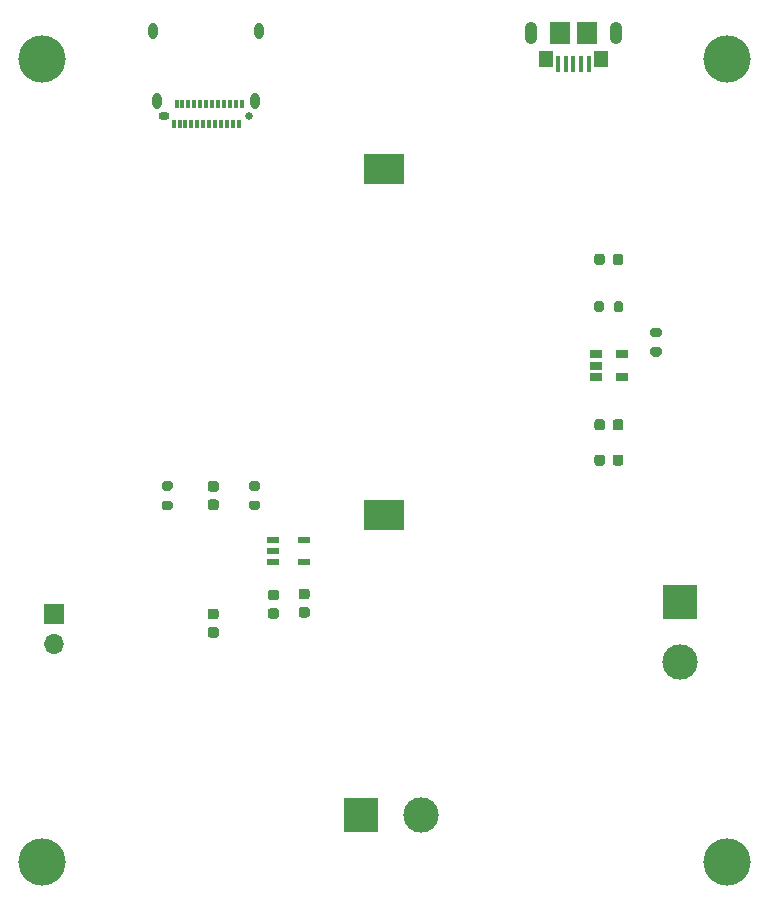
<source format=gbr>
%TF.GenerationSoftware,KiCad,Pcbnew,(5.1.9)-1*%
%TF.CreationDate,2021-08-17T00:54:57-04:00*%
%TF.ProjectId,cargador,63617267-6164-46f7-922e-6b696361645f,rev?*%
%TF.SameCoordinates,Original*%
%TF.FileFunction,Soldermask,Top*%
%TF.FilePolarity,Negative*%
%FSLAX46Y46*%
G04 Gerber Fmt 4.6, Leading zero omitted, Abs format (unit mm)*
G04 Created by KiCad (PCBNEW (5.1.9)-1) date 2021-08-17 00:54:57*
%MOMM*%
%LPD*%
G01*
G04 APERTURE LIST*
%ADD10C,4.000000*%
%ADD11R,0.300000X0.700000*%
%ADD12C,0.650000*%
%ADD13O,0.950000X0.650000*%
%ADD14O,0.800000X1.400000*%
%ADD15C,3.000000*%
%ADD16R,3.000000X3.000000*%
%ADD17R,1.150000X1.450000*%
%ADD18O,1.050000X1.900000*%
%ADD19R,1.750000X1.900000*%
%ADD20R,0.400000X1.400000*%
%ADD21O,1.700000X1.700000*%
%ADD22R,1.700000X1.700000*%
%ADD23R,1.100000X0.600000*%
%ADD24R,3.510000X2.540000*%
%ADD25R,1.060000X0.650000*%
G04 APERTURE END LIST*
D10*
%TO.C, *%
X54000000Y-38000000D03*
%TD*%
%TO.C,REF\u002A\u002A*%
X54000000Y-106000000D03*
%TD*%
%TO.C,REF\u002A\u002A*%
X112000000Y-106000000D03*
%TD*%
%TO.C,REF\u002A\u002A*%
X112000000Y-38000000D03*
%TD*%
D11*
%TO.C,J1*%
X70900000Y-41820000D03*
X70400000Y-41820000D03*
X69900000Y-41820000D03*
X69400000Y-41820000D03*
X68900000Y-41820000D03*
X68400000Y-41820000D03*
X67900000Y-41820000D03*
X67400000Y-41820000D03*
X66900000Y-41820000D03*
X66400000Y-41820000D03*
X65900000Y-41820000D03*
D12*
X71500000Y-42860000D03*
D13*
X64300000Y-42860000D03*
D14*
X72390000Y-35660000D03*
X63410000Y-35660000D03*
X63770000Y-41610000D03*
D11*
X65400000Y-41820000D03*
X65650000Y-43520000D03*
X67150000Y-43520000D03*
X66650000Y-43520000D03*
X66150000Y-43520000D03*
X65150000Y-43520000D03*
X67650000Y-43520000D03*
X68150000Y-43520000D03*
X68650000Y-43520000D03*
X69150000Y-43520000D03*
X69650000Y-43520000D03*
X70150000Y-43520000D03*
X70650000Y-43520000D03*
D14*
X72030000Y-41610000D03*
%TD*%
D15*
%TO.C,VBUS_Out1*%
X108000000Y-89080000D03*
D16*
X108000000Y-84000000D03*
%TD*%
D17*
%TO.C,USB_IN1*%
X101320000Y-38030000D03*
X96680000Y-38030000D03*
D18*
X95425000Y-35800000D03*
X102575000Y-35800000D03*
D19*
X100125000Y-35800000D03*
D20*
X99000000Y-38450000D03*
X98350000Y-38450000D03*
X97700000Y-38450000D03*
X100300000Y-38450000D03*
X99650000Y-38450000D03*
D19*
X97875000Y-35800000D03*
%TD*%
D21*
%TO.C,Out3v3*%
X55000000Y-87540000D03*
D22*
X55000000Y-85000000D03*
%TD*%
D15*
%TO.C,BattOut*%
X86080000Y-102000000D03*
D16*
X81000000Y-102000000D03*
%TD*%
%TO.C,R202*%
G36*
G01*
X101575000Y-58725000D02*
X101575000Y-59275000D01*
G75*
G02*
X101375000Y-59475000I-200000J0D01*
G01*
X100975000Y-59475000D01*
G75*
G02*
X100775000Y-59275000I0J200000D01*
G01*
X100775000Y-58725000D01*
G75*
G02*
X100975000Y-58525000I200000J0D01*
G01*
X101375000Y-58525000D01*
G75*
G02*
X101575000Y-58725000I0J-200000D01*
G01*
G37*
G36*
G01*
X103225000Y-58725000D02*
X103225000Y-59275000D01*
G75*
G02*
X103025000Y-59475000I-200000J0D01*
G01*
X102625000Y-59475000D01*
G75*
G02*
X102425000Y-59275000I0J200000D01*
G01*
X102425000Y-58725000D01*
G75*
G02*
X102625000Y-58525000I200000J0D01*
G01*
X103025000Y-58525000D01*
G75*
G02*
X103225000Y-58725000I0J-200000D01*
G01*
G37*
%TD*%
%TO.C,R201*%
G36*
G01*
X105725000Y-62425000D02*
X106275000Y-62425000D01*
G75*
G02*
X106475000Y-62625000I0J-200000D01*
G01*
X106475000Y-63025000D01*
G75*
G02*
X106275000Y-63225000I-200000J0D01*
G01*
X105725000Y-63225000D01*
G75*
G02*
X105525000Y-63025000I0J200000D01*
G01*
X105525000Y-62625000D01*
G75*
G02*
X105725000Y-62425000I200000J0D01*
G01*
G37*
G36*
G01*
X105725000Y-60775000D02*
X106275000Y-60775000D01*
G75*
G02*
X106475000Y-60975000I0J-200000D01*
G01*
X106475000Y-61375000D01*
G75*
G02*
X106275000Y-61575000I-200000J0D01*
G01*
X105725000Y-61575000D01*
G75*
G02*
X105525000Y-61375000I0J200000D01*
G01*
X105525000Y-60975000D01*
G75*
G02*
X105725000Y-60775000I200000J0D01*
G01*
G37*
%TD*%
%TO.C,R102*%
G36*
G01*
X64875000Y-74575000D02*
X64325000Y-74575000D01*
G75*
G02*
X64125000Y-74375000I0J200000D01*
G01*
X64125000Y-73975000D01*
G75*
G02*
X64325000Y-73775000I200000J0D01*
G01*
X64875000Y-73775000D01*
G75*
G02*
X65075000Y-73975000I0J-200000D01*
G01*
X65075000Y-74375000D01*
G75*
G02*
X64875000Y-74575000I-200000J0D01*
G01*
G37*
G36*
G01*
X64875000Y-76225000D02*
X64325000Y-76225000D01*
G75*
G02*
X64125000Y-76025000I0J200000D01*
G01*
X64125000Y-75625000D01*
G75*
G02*
X64325000Y-75425000I200000J0D01*
G01*
X64875000Y-75425000D01*
G75*
G02*
X65075000Y-75625000I0J-200000D01*
G01*
X65075000Y-76025000D01*
G75*
G02*
X64875000Y-76225000I-200000J0D01*
G01*
G37*
%TD*%
%TO.C,R101*%
G36*
G01*
X71725000Y-75425000D02*
X72275000Y-75425000D01*
G75*
G02*
X72475000Y-75625000I0J-200000D01*
G01*
X72475000Y-76025000D01*
G75*
G02*
X72275000Y-76225000I-200000J0D01*
G01*
X71725000Y-76225000D01*
G75*
G02*
X71525000Y-76025000I0J200000D01*
G01*
X71525000Y-75625000D01*
G75*
G02*
X71725000Y-75425000I200000J0D01*
G01*
G37*
G36*
G01*
X71725000Y-73775000D02*
X72275000Y-73775000D01*
G75*
G02*
X72475000Y-73975000I0J-200000D01*
G01*
X72475000Y-74375000D01*
G75*
G02*
X72275000Y-74575000I-200000J0D01*
G01*
X71725000Y-74575000D01*
G75*
G02*
X71525000Y-74375000I0J200000D01*
G01*
X71525000Y-73975000D01*
G75*
G02*
X71725000Y-73775000I200000J0D01*
G01*
G37*
%TD*%
%TO.C,L101*%
G36*
G01*
X73343750Y-84550000D02*
X73856250Y-84550000D01*
G75*
G02*
X74075000Y-84768750I0J-218750D01*
G01*
X74075000Y-85206250D01*
G75*
G02*
X73856250Y-85425000I-218750J0D01*
G01*
X73343750Y-85425000D01*
G75*
G02*
X73125000Y-85206250I0J218750D01*
G01*
X73125000Y-84768750D01*
G75*
G02*
X73343750Y-84550000I218750J0D01*
G01*
G37*
G36*
G01*
X73343750Y-82975000D02*
X73856250Y-82975000D01*
G75*
G02*
X74075000Y-83193750I0J-218750D01*
G01*
X74075000Y-83631250D01*
G75*
G02*
X73856250Y-83850000I-218750J0D01*
G01*
X73343750Y-83850000D01*
G75*
G02*
X73125000Y-83631250I0J218750D01*
G01*
X73125000Y-83193750D01*
G75*
G02*
X73343750Y-82975000I218750J0D01*
G01*
G37*
%TD*%
%TO.C,D1*%
G36*
G01*
X101650000Y-54743750D02*
X101650000Y-55256250D01*
G75*
G02*
X101431250Y-55475000I-218750J0D01*
G01*
X100993750Y-55475000D01*
G75*
G02*
X100775000Y-55256250I0J218750D01*
G01*
X100775000Y-54743750D01*
G75*
G02*
X100993750Y-54525000I218750J0D01*
G01*
X101431250Y-54525000D01*
G75*
G02*
X101650000Y-54743750I0J-218750D01*
G01*
G37*
G36*
G01*
X103225000Y-54743750D02*
X103225000Y-55256250D01*
G75*
G02*
X103006250Y-55475000I-218750J0D01*
G01*
X102568750Y-55475000D01*
G75*
G02*
X102350000Y-55256250I0J218750D01*
G01*
X102350000Y-54743750D01*
G75*
G02*
X102568750Y-54525000I218750J0D01*
G01*
X103006250Y-54525000D01*
G75*
G02*
X103225000Y-54743750I0J-218750D01*
G01*
G37*
%TD*%
%TO.C,C202*%
G36*
G01*
X102325000Y-72250000D02*
X102325000Y-71750000D01*
G75*
G02*
X102550000Y-71525000I225000J0D01*
G01*
X103000000Y-71525000D01*
G75*
G02*
X103225000Y-71750000I0J-225000D01*
G01*
X103225000Y-72250000D01*
G75*
G02*
X103000000Y-72475000I-225000J0D01*
G01*
X102550000Y-72475000D01*
G75*
G02*
X102325000Y-72250000I0J225000D01*
G01*
G37*
G36*
G01*
X100775000Y-72250000D02*
X100775000Y-71750000D01*
G75*
G02*
X101000000Y-71525000I225000J0D01*
G01*
X101450000Y-71525000D01*
G75*
G02*
X101675000Y-71750000I0J-225000D01*
G01*
X101675000Y-72250000D01*
G75*
G02*
X101450000Y-72475000I-225000J0D01*
G01*
X101000000Y-72475000D01*
G75*
G02*
X100775000Y-72250000I0J225000D01*
G01*
G37*
%TD*%
%TO.C,C201*%
G36*
G01*
X102325000Y-69250000D02*
X102325000Y-68750000D01*
G75*
G02*
X102550000Y-68525000I225000J0D01*
G01*
X103000000Y-68525000D01*
G75*
G02*
X103225000Y-68750000I0J-225000D01*
G01*
X103225000Y-69250000D01*
G75*
G02*
X103000000Y-69475000I-225000J0D01*
G01*
X102550000Y-69475000D01*
G75*
G02*
X102325000Y-69250000I0J225000D01*
G01*
G37*
G36*
G01*
X100775000Y-69250000D02*
X100775000Y-68750000D01*
G75*
G02*
X101000000Y-68525000I225000J0D01*
G01*
X101450000Y-68525000D01*
G75*
G02*
X101675000Y-68750000I0J-225000D01*
G01*
X101675000Y-69250000D01*
G75*
G02*
X101450000Y-69475000I-225000J0D01*
G01*
X101000000Y-69475000D01*
G75*
G02*
X100775000Y-69250000I0J225000D01*
G01*
G37*
%TD*%
%TO.C,C103*%
G36*
G01*
X68250000Y-86125000D02*
X68750000Y-86125000D01*
G75*
G02*
X68975000Y-86350000I0J-225000D01*
G01*
X68975000Y-86800000D01*
G75*
G02*
X68750000Y-87025000I-225000J0D01*
G01*
X68250000Y-87025000D01*
G75*
G02*
X68025000Y-86800000I0J225000D01*
G01*
X68025000Y-86350000D01*
G75*
G02*
X68250000Y-86125000I225000J0D01*
G01*
G37*
G36*
G01*
X68250000Y-84575000D02*
X68750000Y-84575000D01*
G75*
G02*
X68975000Y-84800000I0J-225000D01*
G01*
X68975000Y-85250000D01*
G75*
G02*
X68750000Y-85475000I-225000J0D01*
G01*
X68250000Y-85475000D01*
G75*
G02*
X68025000Y-85250000I0J225000D01*
G01*
X68025000Y-84800000D01*
G75*
G02*
X68250000Y-84575000I225000J0D01*
G01*
G37*
%TD*%
%TO.C,C102*%
G36*
G01*
X68250000Y-75325000D02*
X68750000Y-75325000D01*
G75*
G02*
X68975000Y-75550000I0J-225000D01*
G01*
X68975000Y-76000000D01*
G75*
G02*
X68750000Y-76225000I-225000J0D01*
G01*
X68250000Y-76225000D01*
G75*
G02*
X68025000Y-76000000I0J225000D01*
G01*
X68025000Y-75550000D01*
G75*
G02*
X68250000Y-75325000I225000J0D01*
G01*
G37*
G36*
G01*
X68250000Y-73775000D02*
X68750000Y-73775000D01*
G75*
G02*
X68975000Y-74000000I0J-225000D01*
G01*
X68975000Y-74450000D01*
G75*
G02*
X68750000Y-74675000I-225000J0D01*
G01*
X68250000Y-74675000D01*
G75*
G02*
X68025000Y-74450000I0J225000D01*
G01*
X68025000Y-74000000D01*
G75*
G02*
X68250000Y-73775000I225000J0D01*
G01*
G37*
%TD*%
%TO.C,C101*%
G36*
G01*
X76450000Y-83775000D02*
X75950000Y-83775000D01*
G75*
G02*
X75725000Y-83550000I0J225000D01*
G01*
X75725000Y-83100000D01*
G75*
G02*
X75950000Y-82875000I225000J0D01*
G01*
X76450000Y-82875000D01*
G75*
G02*
X76675000Y-83100000I0J-225000D01*
G01*
X76675000Y-83550000D01*
G75*
G02*
X76450000Y-83775000I-225000J0D01*
G01*
G37*
G36*
G01*
X76450000Y-85325000D02*
X75950000Y-85325000D01*
G75*
G02*
X75725000Y-85100000I0J225000D01*
G01*
X75725000Y-84650000D01*
G75*
G02*
X75950000Y-84425000I225000J0D01*
G01*
X76450000Y-84425000D01*
G75*
G02*
X76675000Y-84650000I0J-225000D01*
G01*
X76675000Y-85100000D01*
G75*
G02*
X76450000Y-85325000I-225000J0D01*
G01*
G37*
%TD*%
D23*
%TO.C,BUCK3.3*%
X76200000Y-78750000D03*
X76200000Y-80650000D03*
X73600000Y-80650000D03*
X73600000Y-79700000D03*
X73600000Y-78750000D03*
%TD*%
D24*
%TO.C,BT1*%
X83000000Y-47320000D03*
X83000000Y-76680000D03*
%TD*%
D25*
%TO.C,BMSLI-ION1*%
X103100000Y-63050000D03*
X103100000Y-64950000D03*
X100900000Y-64950000D03*
X100900000Y-64000000D03*
X100900000Y-63050000D03*
%TD*%
M02*

</source>
